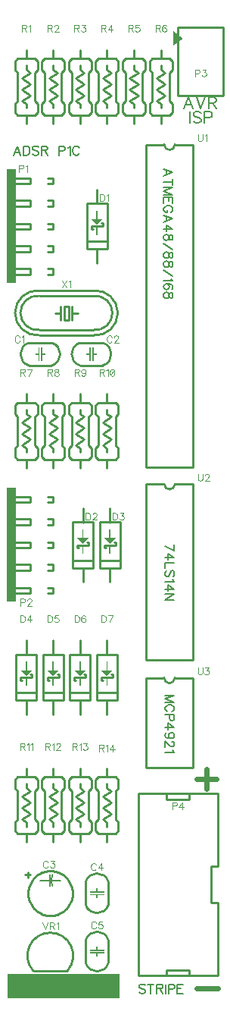
<source format=gbr>
G04 DipTrace 2.4.0.2*
%INTopSilk.gbr*%
%MOMM*%
%ADD10C,0.25*%
%ADD16C,0.127*%
%ADD39C,0.559*%
%ADD62C,0.118*%
%ADD63C,0.196*%
%ADD64C,0.157*%
%FSLAX53Y53*%
G04*
G71*
G90*
G75*
G01*
%LNTopSilk*%
%LPD*%
X5239Y73350D2*
D10*
X2699D1*
X5239Y70810D2*
X2699D1*
G02X2699Y73350I370J1270D01*
G01*
G36*
X4045Y71293D2*
X4198D1*
Y72867D1*
X4045D1*
Y71293D1*
G37*
G36*
X3893D2*
X3741D1*
Y72867D1*
X3893D1*
Y71293D1*
G37*
G36*
X4528Y72004D2*
X4198D1*
Y72156D1*
X4528D1*
Y72004D1*
G37*
X5239Y70810D2*
D10*
G03X5239Y73350I-370J1270D01*
G01*
G36*
X3734Y72004D2*
X3404D1*
Y72156D1*
X3734D1*
Y72004D1*
G37*
X8415Y70810D2*
D10*
X10955D1*
X8415Y73350D2*
X10955D1*
G02X10955Y70810I-370J-1270D01*
G01*
G36*
X9609Y72867D2*
X9456D1*
Y71293D1*
X9609D1*
Y72867D1*
G37*
G36*
X9761D2*
X9913D1*
Y71293D1*
X9761D1*
Y72867D1*
G37*
G36*
X9126Y72156D2*
X9456D1*
Y72004D1*
X9126D1*
Y72156D1*
G37*
X8415Y73350D2*
D10*
G03X8415Y70810I370J-1270D01*
G01*
G36*
X9920Y72156D2*
X10250D1*
Y72004D1*
X9920D1*
Y72156D1*
G37*
X2575Y13670D2*
D10*
Y14271D1*
X2275Y13970D2*
X2874D1*
X2591Y11906D2*
X2597Y12080D1*
X2615Y12253D1*
X2645Y12424D1*
X2687Y12592D1*
X2741Y12758D1*
X2806Y12919D1*
X2882Y13075D1*
X2969Y13225D1*
X3066Y13369D1*
X3173Y13506D1*
X3289Y13635D1*
X3414Y13756D1*
X3547Y13868D1*
X3688Y13970D1*
X3835Y14062D1*
X3989Y14144D1*
X4147Y14214D1*
X4311Y14274D1*
X4478Y14322D1*
X4648Y14358D1*
X4820Y14382D1*
X4993Y14394D1*
X5167D1*
X5340Y14382D1*
X5512Y14358D1*
X5682Y14322D1*
X5849Y14274D1*
X6012Y14214D1*
X6171Y14144D1*
X6325Y14062D1*
X6472Y13970D1*
X6612Y13868D1*
X6746Y13756D1*
X6871Y13635D1*
X6987Y13506D1*
X7094Y13369D1*
X7191Y13225D1*
X7278Y13075D1*
X7354Y12919D1*
X7419Y12758D1*
X7473Y12592D1*
X7515Y12424D1*
X7545Y12253D1*
X7563Y12080D1*
X7569Y11906D1*
X7563Y11733D1*
X7545Y11560D1*
X7515Y11389D1*
X7473Y11220D1*
X7419Y11055D1*
X7354Y10894D1*
X7278Y10738D1*
X7191Y10587D1*
X7094Y10443D1*
X6987Y10306D1*
X6871Y10177D1*
X6746Y10056D1*
X6612Y9945D1*
X6472Y9843D1*
X6325Y9751D1*
X6171Y9669D1*
X6012Y9598D1*
X5849Y9539D1*
X5682Y9491D1*
X5512Y9455D1*
X5340Y9431D1*
X5167Y9419D1*
X4993D1*
X4820Y9431D1*
X4648Y9455D1*
X4478Y9491D1*
X4311Y9539D1*
X4147Y9598D1*
X3989Y9669D1*
X3835Y9751D1*
X3688Y9843D1*
X3547Y9945D1*
X3414Y10056D1*
X3289Y10177D1*
X3173Y10306D1*
X3066Y10443D1*
X2969Y10587D1*
X2882Y10738D1*
X2806Y10894D1*
X2741Y11055D1*
X2687Y11220D1*
X2645Y11389D1*
X2615Y11560D1*
X2597Y11733D1*
X2591Y11906D1*
X5004Y13964D2*
D16*
Y12694D1*
X5334Y13964D2*
G03X5334Y12694I1048J-635D01*
G01*
X5004Y13329D2*
X3963D1*
X5156D2*
X6197D1*
X11582Y10636D2*
D10*
Y13176D1*
X9042Y10636D2*
Y13176D1*
G02X11582Y13176I1270J-370D01*
G01*
G36*
X9525Y11830D2*
X11100D1*
Y11678D1*
X9525D1*
Y11830D1*
G37*
G36*
Y11982D2*
X11100D1*
Y12135D1*
X9525D1*
Y11982D1*
G37*
G36*
X10236Y11348D2*
X10389D1*
Y11678D1*
X10236D1*
Y11348D1*
G37*
X9042Y10636D2*
D10*
G03X11582Y10636I1270J370D01*
G01*
G36*
X10236Y12141D2*
X10389D1*
Y12471D1*
X10236D1*
Y12141D1*
G37*
X11582Y4128D2*
D10*
Y6668D1*
X9042Y4128D2*
Y6668D1*
G02X11582Y6668I1270J-370D01*
G01*
G36*
X9525Y5322D2*
X11100D1*
Y5169D1*
X9525D1*
Y5322D1*
G37*
G36*
Y5474D2*
X11100D1*
Y5626D1*
X9525D1*
Y5474D1*
G37*
G36*
X10236Y4839D2*
X10389D1*
Y5169D1*
X10236D1*
Y4839D1*
G37*
X9042Y4128D2*
D10*
G03X11582Y4128I1270J370D01*
G01*
G36*
X10236Y5633D2*
X10389D1*
Y5963D1*
X10236D1*
Y5633D1*
G37*
X11462Y83808D2*
D10*
X9162D1*
Y88912D1*
X11462Y84656D2*
X9162D1*
X11462Y88912D2*
X9162D1*
X11462Y83808D2*
Y88912D1*
X9677Y86360D2*
X10947D1*
G36*
X10312Y86519D2*
X9677Y87153D1*
X10947D1*
X10312Y86519D1*
G37*
G36*
X10236Y87141D2*
Y88106D1*
X10389D1*
Y87141D1*
X10236D1*
G37*
G36*
Y85395D2*
Y86360D1*
X10389D1*
Y85395D1*
X10236D1*
G37*
X10312Y83820D2*
D10*
Y82233D1*
Y88900D2*
Y90487D1*
X9677Y86360D2*
Y86042D1*
X9836D1*
X10947Y86360D2*
Y86678D1*
X10789D1*
X9882Y48223D2*
X7582D1*
Y53327D1*
X9882Y49071D2*
X7582D1*
X9882Y53327D2*
X7582D1*
X9882Y48223D2*
Y53327D1*
X8097Y50775D2*
X9367D1*
G36*
X8732Y50934D2*
X8097Y51568D1*
X9367D1*
X8732Y50934D1*
G37*
G36*
X8656Y51555D2*
Y52521D1*
X8808D1*
Y51555D1*
X8656D1*
G37*
G36*
Y49810D2*
Y50775D1*
X8808D1*
Y49810D1*
X8656D1*
G37*
X8732Y48234D2*
D10*
Y46648D1*
Y53315D2*
Y54902D1*
X8097Y50775D2*
Y50457D1*
X8256D1*
X9367Y50775D2*
Y51093D1*
X9208D1*
X12899Y48223D2*
X10599D1*
Y53327D1*
X12899Y49071D2*
X10599D1*
X12899Y53327D2*
X10599D1*
X12899Y48223D2*
Y53327D1*
X11114Y50775D2*
X12384D1*
G36*
X11749Y50934D2*
X11114Y51568D1*
X12384D1*
X11749Y50934D1*
G37*
G36*
X11673Y51555D2*
Y52520D1*
X11825D1*
Y51555D1*
X11673D1*
G37*
G36*
Y49809D2*
Y50775D1*
X11825D1*
Y49809D1*
X11673D1*
G37*
X11749Y48234D2*
D10*
Y46647D1*
Y53315D2*
Y54902D1*
X11114Y50775D2*
Y50457D1*
X11272D1*
X12384Y50775D2*
Y51092D1*
X12225D1*
X3538Y33458D2*
X1238D1*
Y38561D1*
X3538Y34305D2*
X1238D1*
X3538Y38561D2*
X1238D1*
X3538Y33458D2*
Y38561D1*
X1753Y36009D2*
X3023D1*
G36*
X2388Y36168D2*
X1753Y36803D1*
X3023D1*
X2388Y36168D1*
G37*
G36*
X2311Y36790D2*
Y37755D1*
X2464D1*
Y36790D1*
X2311D1*
G37*
G36*
Y35044D2*
Y36009D1*
X2464D1*
Y35044D1*
X2311D1*
G37*
X2388Y33469D2*
D10*
Y31882D1*
Y38550D2*
Y40137D1*
X1753Y36009D2*
Y35692D1*
X1911D1*
X3023Y36009D2*
Y36327D1*
X2864D1*
X6560Y33458D2*
X4260D1*
Y38561D1*
X6560Y34305D2*
X4260D1*
X6560Y38561D2*
X4260D1*
X6560Y33458D2*
Y38561D1*
X4775Y36009D2*
X6045D1*
G36*
X5410Y36168D2*
X4775Y36803D1*
X6045D1*
X5410Y36168D1*
G37*
G36*
X5334Y36790D2*
Y37755D1*
X5486D1*
Y36790D1*
X5334D1*
G37*
G36*
Y35044D2*
Y36009D1*
X5486D1*
Y35044D1*
X5334D1*
G37*
X5410Y33469D2*
D10*
Y31882D1*
Y38550D2*
Y40137D1*
X4775Y36009D2*
Y35692D1*
X4934D1*
X6045Y36009D2*
Y36327D1*
X5887D1*
X9557Y33458D2*
X7257D1*
Y38561D1*
X9557Y34305D2*
X7257D1*
X9557Y38561D2*
X7257D1*
X9557Y33458D2*
Y38561D1*
X7772Y36009D2*
X9042D1*
G36*
X8407Y36168D2*
X7772Y36803D1*
X9042D1*
X8407Y36168D1*
G37*
G36*
X8331Y36790D2*
Y37755D1*
X8484D1*
Y36790D1*
X8331D1*
G37*
G36*
Y35044D2*
Y36009D1*
X8484D1*
Y35044D1*
X8331D1*
G37*
X8407Y33469D2*
D10*
Y31882D1*
Y38550D2*
Y40137D1*
X7772Y36009D2*
Y35692D1*
X7931D1*
X9042Y36009D2*
Y36327D1*
X8884D1*
X12580Y33458D2*
X10280D1*
Y38561D1*
X12580Y34305D2*
X10280D1*
X12580Y38561D2*
X10280D1*
X12580Y33458D2*
Y38561D1*
X10795Y36009D2*
X12065D1*
G36*
X11430Y36168D2*
X10795Y36803D1*
X12065D1*
X11430Y36168D1*
G37*
G36*
X11354Y36790D2*
Y37755D1*
X11506D1*
Y36790D1*
X11354D1*
G37*
G36*
Y35044D2*
Y36009D1*
X11506D1*
Y35044D1*
X11354D1*
G37*
X11430Y33469D2*
D10*
Y31882D1*
Y38550D2*
Y40137D1*
X10795Y36009D2*
Y35692D1*
X10954D1*
X12065Y36009D2*
Y36327D1*
X11906D1*
G36*
X191Y80010D2*
X1194D1*
Y92710D1*
X191D1*
Y80010D1*
G37*
X4763Y80963D2*
D10*
X5398D1*
Y81598D1*
X4763D1*
Y83502D2*
X5398D1*
Y84138D1*
X4763D1*
Y86043D2*
X5398D1*
Y86677D1*
X4763D1*
Y88582D2*
X5398D1*
Y89218D1*
X4763D1*
X635Y80963D2*
X2858D1*
Y81598D1*
X635D1*
Y80963D1*
Y83502D2*
X2858D1*
Y84138D1*
X635D1*
Y83502D1*
Y86043D2*
X2858D1*
Y86677D1*
X635D1*
Y86043D1*
Y88582D2*
X2858D1*
Y89218D1*
X635D1*
Y88582D1*
X4763Y91123D2*
X5398D1*
Y91757D1*
X4763D1*
X635Y91123D2*
X2858D1*
Y91757D1*
X635D1*
Y91123D1*
G36*
X191Y44450D2*
X1194D1*
Y57150D1*
X191D1*
Y44450D1*
G37*
X4763Y45403D2*
D10*
X5398D1*
Y46037D1*
X4763D1*
Y47942D2*
X5398D1*
Y48578D1*
X4763D1*
Y50483D2*
X5398D1*
Y51117D1*
X4763D1*
Y53022D2*
X5398D1*
Y53658D1*
X4763D1*
X635Y45403D2*
X2858D1*
Y46037D1*
X635D1*
Y45403D1*
Y47942D2*
X2858D1*
Y48578D1*
X635D1*
Y47942D1*
Y50483D2*
X2858D1*
Y51117D1*
X635D1*
Y50483D1*
Y53022D2*
X2858D1*
Y53658D1*
X635D1*
Y53022D1*
X4763Y55562D2*
X5398D1*
Y56197D1*
X4763D1*
X635Y55562D2*
X2858D1*
Y56197D1*
X635D1*
Y55562D1*
X19370Y105845D2*
Y100976D1*
Y108596D2*
Y100976D1*
X24450Y108596D2*
Y100976D1*
X19370Y108596D2*
X24450D1*
X19370Y100976D2*
X24450D1*
X20641Y3330D2*
Y2700D1*
X18099Y3330D2*
X20641D1*
X18099D2*
Y2700D1*
X20641Y23020D2*
Y22390D1*
X18099D2*
X20641D1*
X18099Y23020D2*
Y22390D1*
X14925Y2700D2*
X23815D1*
X14925Y23020D2*
X23815D1*
X14925D2*
Y2700D1*
X23051Y10828D2*
X23815D1*
X23051Y14892D2*
Y10828D1*
Y14892D2*
X23815D1*
Y10828D2*
Y2700D1*
Y23020D2*
Y14892D1*
X2864Y103517D2*
X2388Y103834D1*
Y105103D2*
Y106057D1*
Y98754D2*
Y97801D1*
X1435Y105103D2*
X3340D1*
X1435D2*
X1118Y104786D1*
X3340Y105103D2*
X3657Y104786D1*
X1118D2*
Y103834D1*
X3657Y104786D2*
Y103834D1*
X1118D2*
X1435Y103517D1*
Y100341D1*
X1118Y100023D1*
Y99071D1*
X1435Y98754D1*
X3340D1*
X3657Y99071D1*
Y100023D1*
X3340Y100341D1*
Y103517D1*
X3657Y103834D1*
X2388Y99547D2*
Y100023D1*
X1911Y100341D1*
X2864Y100977D1*
X1911Y101611D1*
X2864Y102246D1*
X1911Y102881D1*
X2864Y103517D1*
X2388Y103834D2*
Y104310D1*
X5874Y103517D2*
X5398Y103834D1*
Y105103D2*
Y106057D1*
Y98754D2*
Y97801D1*
X4446Y105103D2*
X6351D1*
X4446D2*
X4128Y104786D1*
X6351Y105103D2*
X6668Y104786D1*
X4128D2*
Y103834D1*
X6668Y104786D2*
Y103834D1*
X4128D2*
X4446Y103517D1*
Y100341D1*
X4128Y100023D1*
Y99071D1*
X4446Y98754D1*
X6351D1*
X6668Y99071D1*
Y100023D1*
X6351Y100341D1*
Y103517D1*
X6668Y103834D1*
X5398Y99547D2*
Y100023D1*
X4922Y100341D1*
X5874Y100977D1*
X4922Y101611D1*
X5874Y102246D1*
X4922Y102881D1*
X5874Y103517D1*
X5398Y103834D2*
Y104310D1*
X8891Y103517D2*
X8415Y103834D1*
Y105103D2*
Y106057D1*
Y98754D2*
Y97801D1*
X7462Y105103D2*
X9367D1*
X7462D2*
X7145Y104786D1*
X9367Y105103D2*
X9684Y104786D1*
X7145D2*
Y103834D1*
X9684Y104786D2*
Y103834D1*
X7145D2*
X7462Y103517D1*
Y100341D1*
X7145Y100023D1*
Y99071D1*
X7462Y98754D1*
X9367D1*
X9684Y99071D1*
Y100023D1*
X9367Y100341D1*
Y103517D1*
X9684Y103834D1*
X8415Y99547D2*
Y100023D1*
X7938Y100341D1*
X8891Y100977D1*
X7938Y101611D1*
X8891Y102246D1*
X7938Y102881D1*
X8891Y103517D1*
X8415Y103834D2*
Y104310D1*
X11908Y103517D2*
X11431Y103834D1*
Y105103D2*
Y106057D1*
Y98754D2*
Y97801D1*
X10479Y105103D2*
X12384D1*
X10479D2*
X10161Y104786D1*
X12384Y105103D2*
X12701Y104786D1*
X10161D2*
Y103834D1*
X12701Y104786D2*
Y103834D1*
X10161D2*
X10479Y103517D1*
Y100341D1*
X10161Y100023D1*
Y99071D1*
X10479Y98754D1*
X12384D1*
X12701Y99071D1*
Y100023D1*
X12384Y100341D1*
Y103517D1*
X12701Y103834D1*
X11431Y99547D2*
Y100023D1*
X10955Y100341D1*
X11908Y100977D1*
X10955Y101611D1*
X11908Y102246D1*
X10955Y102881D1*
X11908Y103517D1*
X11431Y103834D2*
Y104310D1*
X14924Y103517D2*
X14448Y103834D1*
Y105103D2*
Y106057D1*
Y98754D2*
Y97801D1*
X13495Y105103D2*
X15400D1*
X13495D2*
X13178Y104786D1*
X15400Y105103D2*
X15718Y104786D1*
X13178D2*
Y103834D1*
X15718Y104786D2*
Y103834D1*
X13178D2*
X13495Y103517D1*
Y100341D1*
X13178Y100023D1*
Y99071D1*
X13495Y98754D1*
X15400D1*
X15718Y99071D1*
Y100023D1*
X15400Y100341D1*
Y103517D1*
X15718Y103834D1*
X14448Y99547D2*
Y100023D1*
X13971Y100341D1*
X14924Y100977D1*
X13971Y101611D1*
X14924Y102246D1*
X13971Y102881D1*
X14924Y103517D1*
X14448Y103834D2*
Y104310D1*
X17941Y103517D2*
X17464Y103834D1*
Y105103D2*
Y106057D1*
Y98754D2*
Y97801D1*
X16512Y105103D2*
X18417D1*
X16512D2*
X16194Y104786D1*
X18417Y105103D2*
X18734Y104786D1*
X16194D2*
Y103834D1*
X18734Y104786D2*
Y103834D1*
X16194D2*
X16512Y103517D1*
Y100341D1*
X16194Y100023D1*
Y99071D1*
X16512Y98754D1*
X18417D1*
X18734Y99071D1*
Y100023D1*
X18417Y100341D1*
Y103517D1*
X18734Y103834D1*
X17464Y99547D2*
Y100023D1*
X16988Y100341D1*
X17941Y100977D1*
X16988Y101611D1*
X17941Y102246D1*
X16988Y102881D1*
X17941Y103517D1*
X17464Y103834D2*
Y104310D1*
X1911Y61918D2*
X2388Y61601D1*
Y60331D2*
Y59378D1*
Y66681D2*
Y67634D1*
X3340Y60331D2*
X1435D1*
X3340D2*
X3658Y60649D1*
X1435Y60331D2*
X1118Y60649D1*
X3658D2*
Y61601D1*
X1118Y60649D2*
Y61601D1*
X3658D2*
X3340Y61918D1*
Y65094D1*
X3658Y65411D1*
Y66364D1*
X3340Y66681D1*
X1435D1*
X1118Y66364D1*
Y65411D1*
X1435Y65094D1*
Y61918D1*
X1118Y61601D1*
X2388Y65887D2*
Y65411D1*
X2864Y65094D1*
X1911Y64458D1*
X2864Y63823D1*
X1911Y63189D1*
X2864Y62554D1*
X1911Y61918D1*
X2388Y61601D2*
Y61125D1*
X4934Y61918D2*
X5410Y61601D1*
Y60331D2*
Y59378D1*
Y66681D2*
Y67634D1*
X6362Y60331D2*
X4458D1*
X6362D2*
X6680Y60649D1*
X4458Y60331D2*
X4140Y60649D1*
X6680D2*
Y61601D1*
X4140Y60649D2*
Y61601D1*
X6680D2*
X6362Y61918D1*
Y65094D1*
X6680Y65411D1*
Y66364D1*
X6362Y66681D1*
X4458D1*
X4140Y66364D1*
Y65411D1*
X4458Y65094D1*
Y61918D1*
X4140Y61601D1*
X5410Y65887D2*
Y65411D1*
X5887Y65094D1*
X4934Y64458D1*
X5887Y63823D1*
X4934Y63189D1*
X5887Y62554D1*
X4934Y61918D1*
X5410Y61601D2*
Y61125D1*
X7931Y61918D2*
X8408Y61601D1*
Y60331D2*
Y59378D1*
Y66681D2*
Y67634D1*
X9360Y60331D2*
X7455D1*
X9360D2*
X9677Y60649D1*
X7455Y60331D2*
X7138Y60649D1*
X9677D2*
Y61601D1*
X7138Y60649D2*
Y61601D1*
X9677D2*
X9360Y61918D1*
Y65094D1*
X9677Y65411D1*
Y66364D1*
X9360Y66681D1*
X7455D1*
X7138Y66364D1*
Y65411D1*
X7455Y65094D1*
Y61918D1*
X7138Y61601D1*
X8408Y65887D2*
Y65411D1*
X8884Y65094D1*
X7931Y64458D1*
X8884Y63823D1*
X7931Y63189D1*
X8884Y62554D1*
X7931Y61918D1*
X8408Y61601D2*
Y61125D1*
X10954Y61918D2*
X11430Y61601D1*
Y60331D2*
Y59378D1*
Y66681D2*
Y67634D1*
X12382Y60331D2*
X10477D1*
X12382D2*
X12700Y60649D1*
X10477Y60331D2*
X10160Y60649D1*
X12700D2*
Y61601D1*
X10160Y60649D2*
Y61601D1*
X12700D2*
X12382Y61918D1*
Y65094D1*
X12700Y65411D1*
Y66364D1*
X12382Y66681D1*
X10477D1*
X10160Y66364D1*
Y65411D1*
X10477Y65094D1*
Y61918D1*
X10160Y61601D1*
X11430Y65887D2*
Y65411D1*
X11906Y65094D1*
X10954Y64458D1*
X11906Y63823D1*
X10954Y63189D1*
X11906Y62554D1*
X10954Y61918D1*
X11430Y61601D2*
Y61125D1*
X2864Y23330D2*
X2388Y23648D1*
Y24917D2*
Y25870D1*
Y18568D2*
Y17614D1*
X1435Y24917D2*
X3340D1*
X1435D2*
X1118Y24600D1*
X3340Y24917D2*
X3657Y24600D1*
X1118D2*
Y23648D1*
X3657Y24600D2*
Y23648D1*
X1118D2*
X1435Y23330D1*
Y20154D1*
X1118Y19837D1*
Y18885D1*
X1435Y18568D1*
X3340D1*
X3657Y18885D1*
Y19837D1*
X3340Y20154D1*
Y23330D1*
X3657Y23648D1*
X2388Y19361D2*
Y19837D1*
X1911Y20154D1*
X2864Y20790D1*
X1911Y21425D1*
X2864Y22060D1*
X1911Y22694D1*
X2864Y23330D1*
X2388Y23648D2*
Y24124D1*
X4922Y20154D2*
X5398Y19837D1*
Y18568D2*
Y17614D1*
Y24917D2*
Y25870D1*
X6350Y18568D2*
X4445D1*
X6350D2*
X6668Y18885D1*
X4445Y18568D2*
X4128Y18885D1*
X6668D2*
Y19837D1*
X4128Y18885D2*
Y19837D1*
X6668D2*
X6350Y20154D1*
Y23330D1*
X6668Y23648D1*
Y24600D1*
X6350Y24917D1*
X4445D1*
X4128Y24600D1*
Y23648D1*
X4445Y23330D1*
Y20154D1*
X4128Y19837D1*
X5398Y24124D2*
Y23648D1*
X5874Y23330D1*
X4922Y22694D1*
X5874Y22060D1*
X4922Y21425D1*
X5874Y20790D1*
X4922Y20154D1*
X5398Y19837D2*
Y19361D1*
X8884Y23330D2*
X8407Y23648D1*
Y24917D2*
Y25870D1*
Y18568D2*
Y17614D1*
X7455Y24917D2*
X9360D1*
X7455D2*
X7137Y24600D1*
X9360Y24917D2*
X9677Y24600D1*
X7137D2*
Y23648D1*
X9677Y24600D2*
Y23648D1*
X7137D2*
X7455Y23330D1*
Y20154D1*
X7137Y19837D1*
Y18885D1*
X7455Y18568D1*
X9360D1*
X9677Y18885D1*
Y19837D1*
X9360Y20154D1*
Y23330D1*
X9677Y23648D1*
X8407Y19361D2*
Y19837D1*
X7931Y20154D1*
X8884Y20790D1*
X7931Y21425D1*
X8884Y22060D1*
X7931Y22694D1*
X8884Y23330D1*
X8407Y23648D2*
Y24124D1*
X10955Y20154D2*
X11431Y19837D1*
Y18568D2*
Y17614D1*
Y24917D2*
Y25870D1*
X12383Y18568D2*
X10479D1*
X12383D2*
X12701Y18885D1*
X10479Y18568D2*
X10161Y18885D1*
X12701D2*
Y19837D1*
X10161Y18885D2*
Y19837D1*
X12701D2*
X12383Y20154D1*
Y23330D1*
X12701Y23648D1*
Y24600D1*
X12383Y24917D1*
X10479D1*
X10161Y24600D1*
Y23648D1*
X10479Y23330D1*
Y20154D1*
X10161Y19837D1*
X11431Y24124D2*
Y23648D1*
X11908Y23330D1*
X10955Y22694D1*
X11908Y22060D1*
X10955Y21425D1*
X11908Y20790D1*
X10955Y20154D1*
X11431Y19837D2*
Y19361D1*
X15828Y95480D2*
Y59480D1*
X21028Y95480D2*
Y59480D1*
X15828D2*
X21028D1*
X15828Y95480D2*
X17828D1*
X21028D2*
X19028D1*
X17828D2*
G03X19028Y95480I600J3D01*
G01*
X21028Y57590D2*
Y37990D1*
X15828D2*
X21028D1*
X15828Y57590D2*
Y37990D1*
Y57590D2*
X17828D1*
X21028D2*
X19028D1*
X17828D2*
G03X19028Y57590I600J0D01*
G01*
X21017Y35960D2*
Y25960D1*
X15816D2*
X21017D1*
X15816Y35960D2*
Y25960D1*
Y35960D2*
X17816D1*
X21017D2*
X19017D1*
X17816D2*
G03X19017Y35960I600J0D01*
G01*
X3160Y3254D2*
G02X7001Y3254I1921J1691D01*
G01*
X3160D1*
X3838Y74184D2*
X9933D1*
X3838Y79185D2*
X9933D1*
X3838Y74784D2*
X9933D1*
Y78585D2*
X3838D1*
X6631Y77447D2*
X7140D1*
Y75922D1*
X6631D1*
Y77447D1*
X7520D2*
Y76684D1*
Y75922D1*
X6251Y77447D2*
Y76684D1*
Y75922D1*
X7520Y76684D2*
X8156D1*
X6251D2*
X5615D1*
X3838Y79185D2*
G03X3838Y74184I-194J-2500D01*
G01*
X9933D2*
G03X9933Y79185I194J2500D01*
G01*
X3838Y78585D2*
G03X3838Y74784I-192J-1901D01*
G01*
X9933D2*
G03X9933Y78585I192J1901D01*
G01*
G36*
X318Y2858D2*
X12860D1*
Y159D1*
X318D1*
Y2858D1*
G37*
G36*
X19926Y107325D2*
X18814Y106532D1*
Y108119D1*
D1*
X19926Y107325D1*
G37*
X1652Y73967D2*
D62*
X1616Y74039D1*
X1543Y74112D1*
X1470Y74148D1*
X1324D1*
X1251Y74112D1*
X1179Y74039D1*
X1142Y73967D1*
X1105Y73857D1*
Y73674D1*
X1142Y73566D1*
X1179Y73492D1*
X1251Y73420D1*
X1324Y73383D1*
X1470D1*
X1543Y73420D1*
X1616Y73492D1*
X1652Y73566D1*
X1887Y74002D2*
X1961Y74039D1*
X2070Y74148D1*
Y73383D1*
X11967Y73966D2*
X11931Y74039D1*
X11857Y74112D1*
X11785Y74148D1*
X11639D1*
X11566Y74112D1*
X11493Y74039D1*
X11456Y73966D1*
X11420Y73857D1*
Y73674D1*
X11456Y73565D1*
X11493Y73492D1*
X11566Y73420D1*
X11639Y73383D1*
X11785D1*
X11857Y73420D1*
X11931Y73492D1*
X11967Y73565D1*
X12239Y73966D2*
Y74002D1*
X12275Y74075D1*
X12312Y74111D1*
X12385Y74147D1*
X12531D1*
X12603Y74111D1*
X12639Y74075D1*
X12676Y74002D1*
Y73929D1*
X12639Y73856D1*
X12567Y73747D1*
X12202Y73383D1*
X12712D1*
X4822Y15329D2*
X4786Y15402D1*
X4713Y15475D1*
X4640Y15511D1*
X4495D1*
X4421Y15475D1*
X4349Y15402D1*
X4312Y15329D1*
X4276Y15220D1*
Y15037D1*
X4312Y14929D1*
X4349Y14855D1*
X4421Y14783D1*
X4495Y14746D1*
X4640D1*
X4713Y14783D1*
X4786Y14855D1*
X4822Y14929D1*
X5131Y15511D2*
X5531D1*
X5313Y15219D1*
X5422D1*
X5495Y15183D1*
X5531Y15147D1*
X5568Y15037D1*
Y14965D1*
X5531Y14855D1*
X5459Y14782D1*
X5349Y14746D1*
X5240D1*
X5131Y14782D1*
X5095Y14819D1*
X5058Y14891D1*
X10195Y15063D2*
X10159Y15135D1*
X10085Y15209D1*
X10013Y15245D1*
X9867D1*
X9794Y15209D1*
X9721Y15135D1*
X9684Y15063D1*
X9648Y14953D1*
Y14771D1*
X9684Y14662D1*
X9721Y14589D1*
X9794Y14516D1*
X9867Y14479D1*
X10013D1*
X10085Y14516D1*
X10159Y14589D1*
X10195Y14662D1*
X10795Y14479D2*
Y15244D1*
X10430Y14734D1*
X10977D1*
X10213Y8554D2*
X10177Y8627D1*
X10103Y8700D1*
X10031Y8736D1*
X9885D1*
X9812Y8700D1*
X9739Y8627D1*
X9702Y8554D1*
X9666Y8445D1*
Y8262D1*
X9702Y8153D1*
X9739Y8080D1*
X9812Y8008D1*
X9885Y7971D1*
X10031D1*
X10103Y8008D1*
X10177Y8080D1*
X10213Y8153D1*
X10885Y8736D2*
X10521D1*
X10485Y8408D1*
X10521Y8444D1*
X10631Y8481D1*
X10740D1*
X10849Y8444D1*
X10922Y8372D1*
X10959Y8262D1*
Y8190D1*
X10922Y8080D1*
X10849Y8007D1*
X10740Y7971D1*
X10631D1*
X10521Y8007D1*
X10485Y8044D1*
X10448Y8116D1*
X10642Y89942D2*
Y89176D1*
X10897D1*
X11007Y89213D1*
X11080Y89286D1*
X11116Y89359D1*
X11152Y89468D1*
Y89650D1*
X11116Y89760D1*
X11080Y89832D1*
X11007Y89906D1*
X10897Y89942D1*
X10642D1*
X11388Y89795D2*
X11461Y89832D1*
X11570Y89941D1*
Y89176D1*
X9057Y54357D2*
Y53591D1*
X9312D1*
X9421Y53628D1*
X9495Y53700D1*
X9531Y53774D1*
X9567Y53882D1*
Y54065D1*
X9531Y54175D1*
X9495Y54247D1*
X9421Y54320D1*
X9312Y54357D1*
X9057D1*
X9839Y54174D2*
Y54210D1*
X9876Y54283D1*
X9912Y54320D1*
X9985Y54356D1*
X10131D1*
X10203Y54320D1*
X10240Y54283D1*
X10277Y54210D1*
Y54138D1*
X10240Y54064D1*
X10167Y53956D1*
X9802Y53591D1*
X10313D1*
X12073Y54356D2*
Y53591D1*
X12328D1*
X12438Y53628D1*
X12511Y53700D1*
X12547Y53774D1*
X12584Y53882D1*
Y54065D1*
X12547Y54174D1*
X12511Y54247D1*
X12438Y54320D1*
X12328Y54356D1*
X12073D1*
X12892D2*
X13292D1*
X13074Y54064D1*
X13184D1*
X13256Y54028D1*
X13292Y53992D1*
X13329Y53882D1*
Y53810D1*
X13292Y53700D1*
X13220Y53627D1*
X13110Y53591D1*
X13001D1*
X12892Y53627D1*
X12856Y53664D1*
X12819Y53736D1*
X1741Y42925D2*
Y42160D1*
X1997D1*
X2106Y42197D1*
X2179Y42269D1*
X2216Y42343D1*
X2252Y42451D1*
Y42634D1*
X2216Y42743D1*
X2179Y42816D1*
X2106Y42889D1*
X1997Y42925D1*
X1741D1*
X2852Y42160D2*
Y42925D1*
X2487Y42415D1*
X3034D1*
X4782Y42925D2*
Y42160D1*
X5037D1*
X5147Y42197D1*
X5220Y42269D1*
X5256Y42343D1*
X5293Y42451D1*
Y42634D1*
X5256Y42743D1*
X5220Y42816D1*
X5147Y42889D1*
X5037Y42925D1*
X4782D1*
X5965D2*
X5601D1*
X5565Y42597D1*
X5601Y42633D1*
X5711Y42670D1*
X5819D1*
X5929Y42633D1*
X6002Y42561D1*
X6038Y42451D1*
Y42379D1*
X6002Y42269D1*
X5929Y42196D1*
X5819Y42160D1*
X5711D1*
X5601Y42196D1*
X5565Y42233D1*
X5528Y42305D1*
X7798Y42925D2*
Y42160D1*
X8053D1*
X8163Y42197D1*
X8236Y42269D1*
X8272Y42343D1*
X8308Y42451D1*
Y42634D1*
X8272Y42743D1*
X8236Y42816D1*
X8163Y42889D1*
X8053Y42925D1*
X7798D1*
X8981Y42816D2*
X8945Y42888D1*
X8835Y42925D1*
X8763D1*
X8653Y42888D1*
X8580Y42779D1*
X8544Y42597D1*
Y42415D1*
X8580Y42269D1*
X8653Y42196D1*
X8763Y42160D1*
X8799D1*
X8907Y42196D1*
X8981Y42269D1*
X9017Y42379D1*
Y42415D1*
X8981Y42524D1*
X8907Y42597D1*
X8799Y42633D1*
X8763D1*
X8653Y42597D1*
X8580Y42524D1*
X8544Y42415D1*
X10802Y42925D2*
Y42160D1*
X11057D1*
X11167Y42197D1*
X11240Y42269D1*
X11276Y42343D1*
X11312Y42451D1*
Y42634D1*
X11276Y42743D1*
X11240Y42816D1*
X11167Y42889D1*
X11057Y42925D1*
X10802D1*
X11693Y42160D2*
X12058Y42925D1*
X11548D1*
X1593Y92790D2*
X1922D1*
X2031Y92826D1*
X2068Y92863D1*
X2104Y92936D1*
Y93045D1*
X2068Y93118D1*
X2031Y93155D1*
X1922Y93191D1*
X1593D1*
Y92425D1*
X2339Y93044D2*
X2412Y93081D1*
X2522Y93190D1*
Y92425D1*
X1747Y44370D2*
X2076D1*
X2184Y44406D1*
X2221Y44443D1*
X2257Y44516D1*
Y44625D1*
X2221Y44697D1*
X2184Y44735D1*
X2076Y44771D1*
X1747D1*
Y44005D1*
X2530Y44588D2*
Y44624D1*
X2566Y44697D1*
X2602Y44734D1*
X2676Y44770D1*
X2821D1*
X2894Y44734D1*
X2930Y44697D1*
X2967Y44624D1*
Y44552D1*
X2930Y44478D1*
X2858Y44370D1*
X2493Y44005D1*
X3003D1*
X21282Y103437D2*
X21610D1*
X21719Y103473D1*
X21756Y103510D1*
X21792Y103582D1*
Y103692D1*
X21756Y103764D1*
X21719Y103801D1*
X21610Y103838D1*
X21282D1*
Y103072D1*
X22101Y103837D2*
X22501D1*
X22283Y103545D1*
X22392D1*
X22465Y103509D1*
X22501Y103473D1*
X22538Y103363D1*
Y103291D1*
X22501Y103182D1*
X22429Y103108D1*
X22319Y103072D1*
X22210D1*
X22101Y103108D1*
X22065Y103145D1*
X22028Y103218D1*
X18724Y21671D2*
X19052D1*
X19161Y21707D1*
X19198Y21745D1*
X19234Y21817D1*
Y21926D1*
X19198Y21999D1*
X19161Y22036D1*
X19052Y22072D1*
X18724D1*
Y21307D1*
X19834D2*
Y22071D1*
X19470Y21562D1*
X20016D1*
X1923Y108471D2*
X2251D1*
X2360Y108508D1*
X2397Y108544D1*
X2434Y108617D1*
Y108690D1*
X2397Y108763D1*
X2360Y108800D1*
X2251Y108836D1*
X1923D1*
Y108070D1*
X2178Y108471D2*
X2434Y108070D1*
X2669Y108689D2*
X2742Y108726D1*
X2852Y108835D1*
Y108070D1*
X4770Y108471D2*
X5098D1*
X5207Y108508D1*
X5244Y108544D1*
X5280Y108617D1*
Y108690D1*
X5244Y108763D1*
X5207Y108800D1*
X5098Y108836D1*
X4770D1*
Y108070D1*
X5025Y108471D2*
X5280Y108070D1*
X5553Y108653D2*
Y108689D1*
X5589Y108763D1*
X5625Y108799D1*
X5698Y108835D1*
X5844D1*
X5917Y108799D1*
X5953Y108763D1*
X5990Y108689D1*
Y108617D1*
X5953Y108544D1*
X5880Y108435D1*
X5516Y108070D1*
X6026D1*
X7786Y108471D2*
X8114D1*
X8224Y108508D1*
X8261Y108544D1*
X8297Y108617D1*
Y108690D1*
X8261Y108763D1*
X8224Y108800D1*
X8114Y108836D1*
X7786D1*
Y108070D1*
X8042Y108471D2*
X8297Y108070D1*
X8605Y108835D2*
X9006D1*
X8787Y108544D1*
X8897D1*
X8969Y108507D1*
X9006Y108471D1*
X9043Y108362D1*
Y108289D1*
X9006Y108180D1*
X8933Y108106D1*
X8824Y108070D1*
X8714D1*
X8605Y108106D1*
X8569Y108143D1*
X8532Y108216D1*
X10785Y108471D2*
X11113D1*
X11222Y108508D1*
X11259Y108544D1*
X11295Y108617D1*
Y108690D1*
X11259Y108763D1*
X11222Y108800D1*
X11113Y108836D1*
X10785D1*
Y108070D1*
X11040Y108471D2*
X11295Y108070D1*
X11895D2*
Y108835D1*
X11531Y108325D1*
X12077D1*
X13820Y108471D2*
X14147D1*
X14257Y108508D1*
X14294Y108544D1*
X14330Y108617D1*
Y108690D1*
X14294Y108763D1*
X14257Y108800D1*
X14147Y108836D1*
X13820D1*
Y108070D1*
X14075Y108471D2*
X14330Y108070D1*
X15002Y108835D2*
X14639D1*
X14602Y108507D1*
X14639Y108544D1*
X14748Y108581D1*
X14857D1*
X14966Y108544D1*
X15040Y108471D1*
X15076Y108362D1*
Y108289D1*
X15040Y108180D1*
X14966Y108106D1*
X14857Y108070D1*
X14748D1*
X14639Y108106D1*
X14602Y108143D1*
X14565Y108216D1*
X16855Y108471D2*
X17182D1*
X17292Y108508D1*
X17329Y108544D1*
X17365Y108617D1*
Y108690D1*
X17329Y108763D1*
X17292Y108800D1*
X17182Y108836D1*
X16855D1*
Y108070D1*
X17110Y108471D2*
X17365Y108070D1*
X18038Y108726D2*
X18001Y108799D1*
X17892Y108835D1*
X17819D1*
X17710Y108799D1*
X17637Y108689D1*
X17600Y108507D1*
Y108325D1*
X17637Y108180D1*
X17710Y108106D1*
X17819Y108070D1*
X17856D1*
X17964Y108106D1*
X18038Y108180D1*
X18074Y108289D1*
Y108325D1*
X18038Y108435D1*
X17964Y108507D1*
X17856Y108544D1*
X17819D1*
X17710Y108507D1*
X17637Y108435D1*
X17600Y108325D1*
X1760Y70049D2*
X2087D1*
X2197Y70086D1*
X2234Y70122D1*
X2270Y70194D1*
Y70268D1*
X2234Y70340D1*
X2197Y70377D1*
X2087Y70413D1*
X1760D1*
Y69648D1*
X2015Y70049D2*
X2270Y69648D1*
X2651D2*
X3016Y70412D1*
X2505D1*
X4783Y70049D2*
X5110D1*
X5220Y70086D1*
X5257Y70122D1*
X5293Y70194D1*
Y70268D1*
X5257Y70340D1*
X5220Y70377D1*
X5110Y70413D1*
X4783D1*
Y69648D1*
X5038Y70049D2*
X5293Y69648D1*
X5710Y70412D2*
X5602Y70376D1*
X5565Y70304D1*
Y70230D1*
X5602Y70158D1*
X5674Y70121D1*
X5820Y70085D1*
X5929Y70049D1*
X6002Y69975D1*
X6038Y69903D1*
Y69793D1*
X6002Y69721D1*
X5966Y69684D1*
X5856Y69648D1*
X5710D1*
X5602Y69684D1*
X5565Y69721D1*
X5528Y69793D1*
Y69903D1*
X5565Y69975D1*
X5638Y70049D1*
X5747Y70085D1*
X5892Y70121D1*
X5966Y70158D1*
X6002Y70230D1*
Y70304D1*
X5966Y70376D1*
X5856Y70412D1*
X5710D1*
X7798Y70049D2*
X8125D1*
X8235Y70086D1*
X8272Y70122D1*
X8308Y70194D1*
Y70268D1*
X8272Y70340D1*
X8235Y70377D1*
X8125Y70413D1*
X7798D1*
Y69648D1*
X8053Y70049D2*
X8308Y69648D1*
X9017Y70158D2*
X8980Y70049D1*
X8908Y69975D1*
X8798Y69939D1*
X8762D1*
X8653Y69975D1*
X8580Y70049D1*
X8543Y70158D1*
Y70194D1*
X8580Y70304D1*
X8653Y70376D1*
X8762Y70412D1*
X8798D1*
X8908Y70376D1*
X8980Y70304D1*
X9017Y70158D1*
Y69975D1*
X8980Y69793D1*
X8908Y69684D1*
X8798Y69648D1*
X8726D1*
X8617Y69684D1*
X8580Y69757D1*
X10593Y70049D2*
X10921D1*
X11030Y70086D1*
X11067Y70122D1*
X11103Y70194D1*
Y70268D1*
X11067Y70340D1*
X11030Y70377D1*
X10921Y70413D1*
X10593D1*
Y69648D1*
X10848Y70049D2*
X11103Y69648D1*
X11339Y70267D2*
X11412Y70304D1*
X11521Y70412D1*
Y69648D1*
X11976Y70412D2*
X11866Y70376D1*
X11793Y70267D1*
X11757Y70085D1*
Y69975D1*
X11793Y69793D1*
X11866Y69684D1*
X11976Y69648D1*
X12048D1*
X12158Y69684D1*
X12230Y69793D1*
X12267Y69975D1*
Y70085D1*
X12230Y70267D1*
X12158Y70376D1*
X12048Y70412D1*
X11976D1*
X12230Y70267D2*
X11793Y69793D1*
X1714Y28285D2*
X2042D1*
X2151Y28322D1*
X2188Y28358D1*
X2225Y28431D1*
Y28504D1*
X2188Y28576D1*
X2151Y28613D1*
X2042Y28650D1*
X1714D1*
Y27884D1*
X1969Y28285D2*
X2225Y27884D1*
X2460Y28503D2*
X2533Y28540D1*
X2643Y28649D1*
Y27884D1*
X2878Y28503D2*
X2951Y28540D1*
X3061Y28649D1*
Y27884D1*
X4561Y28285D2*
X4889D1*
X4998Y28322D1*
X5035Y28358D1*
X5071Y28431D1*
Y28504D1*
X5035Y28576D1*
X4998Y28613D1*
X4889Y28650D1*
X4561D1*
Y27884D1*
X4816Y28285D2*
X5071Y27884D1*
X5307Y28503D2*
X5380Y28540D1*
X5490Y28649D1*
Y27884D1*
X5762Y28467D2*
Y28503D1*
X5798Y28576D1*
X5834Y28612D1*
X5908Y28649D1*
X6053D1*
X6126Y28612D1*
X6162Y28576D1*
X6199Y28503D1*
Y28431D1*
X6162Y28357D1*
X6090Y28249D1*
X5725Y27884D1*
X6235D1*
X7570Y28285D2*
X7898D1*
X8007Y28322D1*
X8044Y28358D1*
X8081Y28431D1*
Y28504D1*
X8044Y28576D1*
X8007Y28613D1*
X7898Y28650D1*
X7570D1*
Y27884D1*
X7825Y28285D2*
X8081Y27884D1*
X8316Y28503D2*
X8389Y28540D1*
X8499Y28649D1*
Y27884D1*
X8807Y28649D2*
X9207D1*
X8989Y28357D1*
X9099D1*
X9171Y28321D1*
X9207Y28285D1*
X9244Y28175D1*
Y28103D1*
X9207Y27993D1*
X9135Y27920D1*
X9025Y27884D1*
X8916D1*
X8807Y27920D1*
X8771Y27957D1*
X8734Y28030D1*
X10576Y28126D2*
X10904D1*
X11013Y28163D1*
X11050Y28199D1*
X11087Y28272D1*
Y28345D1*
X11050Y28417D1*
X11013Y28455D1*
X10904Y28491D1*
X10576D1*
Y27725D1*
X10831Y28126D2*
X11087Y27725D1*
X11322Y28344D2*
X11395Y28381D1*
X11505Y28490D1*
Y27725D1*
X12105D2*
Y28490D1*
X11740Y27980D1*
X12287D1*
X21615Y96596D2*
Y96049D1*
X21652Y95940D1*
X21725Y95867D1*
X21834Y95830D1*
X21907D1*
X22016Y95867D1*
X22090Y95940D1*
X22126Y96049D1*
Y96596D1*
X22361Y96449D2*
X22434Y96486D1*
X22544Y96595D1*
Y95830D1*
X21610Y58705D2*
Y58159D1*
X21646Y58049D1*
X21720Y57977D1*
X21829Y57940D1*
X21902D1*
X22011Y57977D1*
X22084Y58049D1*
X22121Y58159D1*
Y58705D1*
X22393Y58523D2*
Y58559D1*
X22429Y58632D1*
X22465Y58668D1*
X22539Y58705D1*
X22684D1*
X22757Y58668D1*
X22793Y58632D1*
X22830Y58559D1*
Y58486D1*
X22793Y58413D1*
X22721Y58305D1*
X22356Y57940D1*
X22866D1*
X21599Y37076D2*
Y36529D1*
X21635Y36420D1*
X21708Y36347D1*
X21818Y36310D1*
X21890D1*
X22000Y36347D1*
X22073Y36420D1*
X22109Y36529D1*
Y37076D1*
X22418Y37075D2*
X22818D1*
X22600Y36784D1*
X22709D1*
X22782Y36747D1*
X22818Y36711D1*
X22855Y36602D1*
Y36529D1*
X22818Y36420D1*
X22746Y36346D1*
X22636Y36310D1*
X22527D1*
X22418Y36346D1*
X22382Y36383D1*
X22345Y36456D1*
X4207Y8620D2*
X4498Y7855D1*
X4790Y8620D1*
X5025Y8255D2*
X5353D1*
X5462Y8293D1*
X5499Y8329D1*
X5536Y8401D1*
Y8474D1*
X5499Y8547D1*
X5462Y8584D1*
X5353Y8620D1*
X5025D1*
Y7855D1*
X5280Y8255D2*
X5536Y7855D1*
X5771Y8474D2*
X5844Y8511D1*
X5954Y8619D1*
Y7855D1*
X6421Y80308D2*
X6932Y79543D1*
Y80308D2*
X6421Y79543D1*
X7167Y80162D2*
X7240Y80199D1*
X7350Y80307D1*
Y79543D1*
X21038Y99465D2*
D63*
X20551Y100741D1*
X20065Y99465D1*
X20248Y99890D2*
X20856D1*
X21430Y100741D2*
X21916Y99465D1*
X22402Y100741D1*
X22794Y100133D2*
X23340D1*
X23523Y100195D1*
X23584Y100255D1*
X23645Y100376D1*
Y100498D1*
X23584Y100619D1*
X23523Y100681D1*
X23340Y100741D1*
X22794D1*
Y99465D1*
X23219Y100133D2*
X23645Y99465D1*
X20700Y99153D2*
Y97877D1*
X21943Y98971D2*
X21823Y99093D1*
X21640Y99153D1*
X21397D1*
X21215Y99093D1*
X21093Y98971D1*
Y98850D1*
X21154Y98728D1*
X21215Y98668D1*
X21335Y98607D1*
X21700Y98485D1*
X21823Y98425D1*
X21883Y98363D1*
X21943Y98242D1*
Y98060D1*
X21823Y97939D1*
X21640Y97877D1*
X21397D1*
X21215Y97939D1*
X21093Y98060D1*
X22335Y98485D2*
X22883D1*
X23064Y98545D1*
X23126Y98607D1*
X23186Y98728D1*
Y98910D1*
X23126Y99031D1*
X23064Y99093D1*
X22883Y99153D1*
X22335D1*
Y97877D1*
X17774Y91976D2*
D64*
X18795Y92366D1*
X17774Y92754D1*
X18114Y92608D2*
Y92122D1*
X18795Y91322D2*
X17774D1*
X18795Y91662D2*
Y90982D1*
X17774Y89891D2*
X18795D1*
X17774Y90279D1*
X18795Y90668D1*
X17774D1*
X18795Y88946D2*
Y89577D1*
X17774D1*
Y88946D1*
X18309Y89577D2*
Y89189D1*
X18552Y87903D2*
X18649Y87952D1*
X18747Y88049D1*
X18795Y88146D1*
Y88340D1*
X18747Y88438D1*
X18649Y88535D1*
X18552Y88584D1*
X18406Y88632D1*
X18163D1*
X18018Y88584D1*
X17920Y88535D1*
X17824Y88438D1*
X17774Y88340D1*
Y88146D1*
X17824Y88049D1*
X17920Y87952D1*
X18018Y87903D1*
X18163D1*
Y88146D1*
X17774Y86811D2*
X18795Y87201D1*
X17774Y87590D1*
X18114Y87444D2*
Y86957D1*
X17774Y86011D2*
X18794D1*
X18114Y86498D1*
Y85769D1*
X18794Y85212D2*
X18746Y85357D1*
X18649Y85407D1*
X18551D1*
X18455Y85357D1*
X18405Y85261D1*
X18357Y85066D1*
X18309Y84920D1*
X18211Y84824D1*
X18114Y84776D1*
X17968D1*
X17872Y84824D1*
X17822Y84872D1*
X17774Y85018D1*
Y85212D1*
X17822Y85357D1*
X17872Y85407D1*
X17968Y85455D1*
X18114D1*
X18211Y85407D1*
X18309Y85309D1*
X18357Y85164D1*
X18405Y84970D1*
X18455Y84872D1*
X18551Y84824D1*
X18649D1*
X18746Y84872D1*
X18794Y85018D1*
Y85212D1*
X17774Y84462D2*
X18794Y83781D1*
Y83225D2*
X18746Y83370D1*
X18649Y83419D1*
X18551D1*
X18455Y83370D1*
X18405Y83273D1*
X18357Y83079D1*
X18309Y82933D1*
X18211Y82836D1*
X18114Y82788D1*
X17968D1*
X17872Y82836D1*
X17822Y82885D1*
X17774Y83031D1*
Y83225D1*
X17822Y83370D1*
X17872Y83419D1*
X17968Y83467D1*
X18114D1*
X18211Y83419D1*
X18309Y83321D1*
X18357Y83177D1*
X18405Y82982D1*
X18455Y82885D1*
X18551Y82836D1*
X18649D1*
X18746Y82885D1*
X18794Y83031D1*
Y83225D1*
Y82232D2*
X18746Y82377D1*
X18649Y82426D1*
X18551D1*
X18455Y82377D1*
X18405Y82280D1*
X18357Y82086D1*
X18309Y81940D1*
X18211Y81843D1*
X18114Y81795D1*
X17968D1*
X17872Y81843D1*
X17822Y81891D1*
X17774Y82037D1*
Y82232D1*
X17822Y82377D1*
X17872Y82426D1*
X17968Y82474D1*
X18114D1*
X18211Y82426D1*
X18309Y82328D1*
X18357Y82183D1*
X18405Y81989D1*
X18455Y81891D1*
X18551Y81843D1*
X18649D1*
X18746Y81891D1*
X18794Y82037D1*
Y82232D1*
X17774Y81481D2*
X18794Y80801D1*
X18600Y80487D2*
X18649Y80389D1*
X18794Y80243D1*
X17774D1*
X18649Y79347D2*
X18746Y79395D1*
X18794Y79541D1*
Y79637D1*
X18746Y79783D1*
X18600Y79881D1*
X18357Y79929D1*
X18114D1*
X17920Y79881D1*
X17822Y79783D1*
X17774Y79637D1*
Y79589D1*
X17822Y79444D1*
X17920Y79347D1*
X18066Y79298D1*
X18114D1*
X18260Y79347D1*
X18357Y79444D1*
X18405Y79589D1*
Y79637D1*
X18357Y79783D1*
X18260Y79881D1*
X18114Y79929D1*
X18794Y78742D2*
X18746Y78887D1*
X18649Y78936D1*
X18551D1*
X18455Y78887D1*
X18405Y78790D1*
X18357Y78596D1*
X18309Y78450D1*
X18211Y78353D1*
X18114Y78305D1*
X17968D1*
X17872Y78353D1*
X17822Y78402D1*
X17774Y78548D1*
Y78742D1*
X17822Y78887D1*
X17872Y78936D1*
X17968Y78984D1*
X18114D1*
X18211Y78936D1*
X18309Y78838D1*
X18357Y78694D1*
X18405Y78499D1*
X18455Y78402D1*
X18551Y78353D1*
X18649D1*
X18746Y78402D1*
X18794Y78548D1*
Y78742D1*
X17933Y50646D2*
X18953Y50159D1*
Y50840D1*
X17933Y49359D2*
X18953D1*
X18273Y49846D1*
Y49117D1*
X18954Y48803D2*
X17933D1*
Y48220D1*
X18808Y47226D2*
X18906Y47322D1*
X18954Y47468D1*
Y47663D1*
X18906Y47809D1*
X18808Y47906D1*
X18711D1*
X18614Y47857D1*
X18565Y47809D1*
X18517Y47712D1*
X18419Y47420D1*
X18371Y47322D1*
X18322Y47274D1*
X18225Y47226D1*
X18079D1*
X17982Y47322D1*
X17933Y47468D1*
Y47663D1*
X17982Y47809D1*
X18079Y47906D1*
X18758Y46912D2*
X18808Y46814D1*
X18953Y46668D1*
X17933D1*
Y45868D2*
X18953D1*
X18273Y46355D1*
Y45626D1*
X18954Y44631D2*
X17933D1*
X18954Y45312D1*
X17933D1*
Y33233D2*
X18954D1*
X17933Y33622D1*
X18954Y34011D1*
X17933D1*
X18711Y32191D2*
X18808Y32239D1*
X18906Y32337D1*
X18954Y32433D1*
Y32628D1*
X18906Y32725D1*
X18808Y32822D1*
X18711Y32871D1*
X18565Y32920D1*
X18322D1*
X18177Y32871D1*
X18079Y32822D1*
X17982Y32725D1*
X17933Y32628D1*
Y32433D1*
X17982Y32337D1*
X18079Y32239D1*
X18177Y32191D1*
X18419Y31877D2*
Y31439D1*
X18468Y31294D1*
X18517Y31245D1*
X18614Y31197D1*
X18760D1*
X18856Y31245D1*
X18906Y31294D1*
X18954Y31439D1*
Y31877D1*
X17933D1*
Y30397D2*
X18953D1*
X18273Y30883D1*
Y30154D1*
X18614Y29208D2*
X18468Y29257D1*
X18370Y29354D1*
X18322Y29500D1*
Y29548D1*
X18370Y29694D1*
X18468Y29791D1*
X18614Y29840D1*
X18662D1*
X18808Y29791D1*
X18904Y29694D1*
X18953Y29548D1*
Y29500D1*
X18904Y29354D1*
X18808Y29257D1*
X18614Y29208D1*
X18370D1*
X18127Y29257D1*
X17981Y29354D1*
X17933Y29500D1*
Y29597D1*
X17981Y29743D1*
X18079Y29791D1*
X18710Y28845D2*
X18758D1*
X18856Y28797D1*
X18904Y28748D1*
X18953Y28651D1*
Y28456D1*
X18904Y28360D1*
X18856Y28311D1*
X18758Y28262D1*
X18662D1*
X18564Y28311D1*
X18419Y28408D1*
X17933Y28894D1*
Y28214D1*
X18758Y27900D2*
X18808Y27802D1*
X18953Y27656D1*
X17933D1*
X1767Y94281D2*
X1378Y95302D1*
X989Y94281D1*
X1135Y94622D2*
X1621D1*
X2081Y95302D2*
Y94281D1*
X2421D1*
X2567Y94331D1*
X2665Y94427D1*
X2713Y94525D1*
X2762Y94670D1*
Y94914D1*
X2713Y95060D1*
X2665Y95156D1*
X2567Y95254D1*
X2421Y95302D1*
X2081D1*
X3756Y95156D2*
X3659Y95254D1*
X3513Y95302D1*
X3319D1*
X3173Y95254D1*
X3075Y95156D1*
Y95060D1*
X3125Y94962D1*
X3173Y94914D1*
X3270Y94865D1*
X3562Y94768D1*
X3659Y94719D1*
X3708Y94670D1*
X3756Y94573D1*
Y94427D1*
X3659Y94331D1*
X3513Y94281D1*
X3319D1*
X3173Y94331D1*
X3075Y94427D1*
X4070Y94816D2*
X4506D1*
X4652Y94865D1*
X4702Y94914D1*
X4750Y95010D1*
Y95108D1*
X4702Y95205D1*
X4652Y95254D1*
X4506Y95302D1*
X4070D1*
Y94281D1*
X4410Y94816D2*
X4750Y94281D1*
X6051Y94768D2*
X6489D1*
X6634Y94816D1*
X6684Y94865D1*
X6732Y94962D1*
Y95108D1*
X6684Y95205D1*
X6634Y95254D1*
X6489Y95302D1*
X6051D1*
Y94281D1*
X7046Y95107D2*
X7143Y95156D1*
X7289Y95301D1*
Y94281D1*
X8332Y95060D2*
X8284Y95156D1*
X8186Y95254D1*
X8089Y95302D1*
X7895D1*
X7797Y95254D1*
X7701Y95156D1*
X7651Y95060D1*
X7603Y94914D1*
Y94670D1*
X7651Y94525D1*
X7701Y94427D1*
X7797Y94331D1*
X7895Y94281D1*
X8089D1*
X8186Y94331D1*
X8284Y94427D1*
X8332Y94525D1*
X23816Y1276D2*
D39*
X21508D1*
X15680Y1610D2*
D64*
X15583Y1708D1*
X15437Y1756D1*
X15243D1*
X15097Y1708D1*
X14999Y1610D1*
Y1514D1*
X15048Y1416D1*
X15097Y1368D1*
X15193Y1320D1*
X15485Y1222D1*
X15583Y1174D1*
X15631Y1124D1*
X15680Y1028D1*
Y882D1*
X15583Y785D1*
X15437Y736D1*
X15243D1*
X15097Y785D1*
X14999Y882D1*
X16334Y1756D2*
Y736D1*
X15993Y1756D2*
X16674D1*
X16988Y1270D2*
X17425D1*
X17571Y1320D1*
X17620Y1368D1*
X17668Y1464D1*
Y1562D1*
X17620Y1659D1*
X17571Y1708D1*
X17425Y1756D1*
X16988D1*
Y736D1*
X17328Y1270D2*
X17668Y736D1*
X17982Y1756D2*
Y736D1*
X18296Y1222D2*
X18734D1*
X18879Y1270D1*
X18928Y1320D1*
X18976Y1416D1*
Y1562D1*
X18928Y1659D1*
X18879Y1708D1*
X18734Y1756D1*
X18296D1*
Y736D1*
X19921Y1756D2*
X19290D1*
Y736D1*
X19921D1*
X19290Y1270D2*
X19679D1*
X22601Y25744D2*
D39*
Y23557D1*
X21508Y24649D2*
X23696D1*
M02*

</source>
